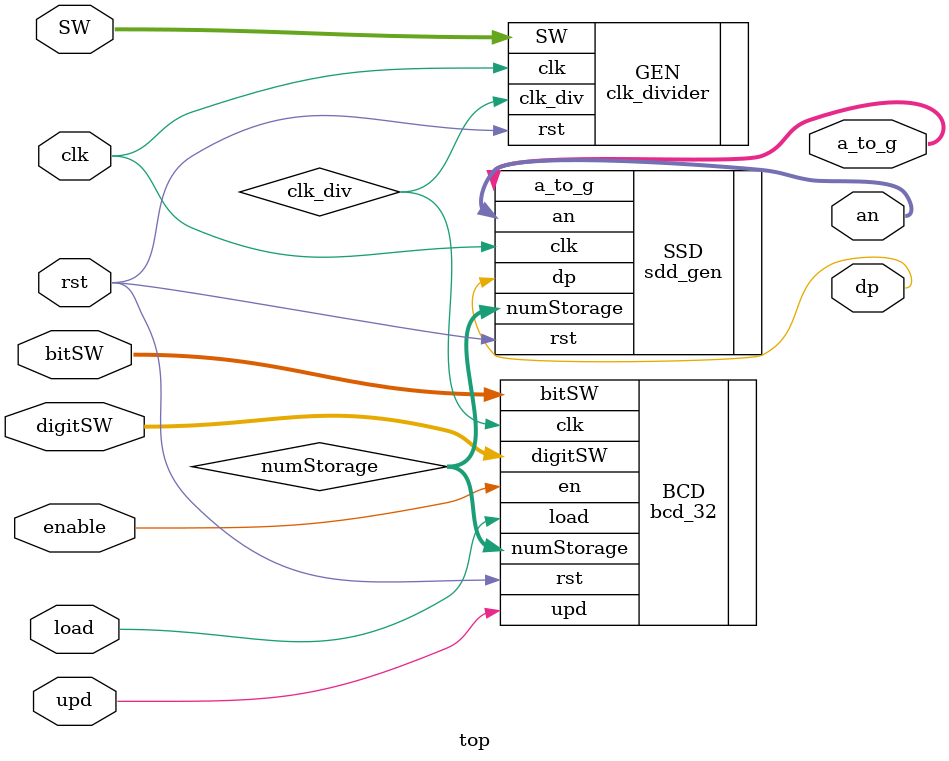
<source format=v>
`timescale 1ns / 1ps


module top(
            input clk,
            input rst,
            input load,
            input [4:0] SW, 
            input [2:0] bitSW,
            input [3:0] digitSW,
            input enable, 
            input upd, 
            output wire [6:0] a_to_g,
            output wire [7:0] an,
            output wire dp
          );
          
         wire clk_div; 
         clk_divider  GEN    (
                              .clk(clk),
                              .rst(rst),
                              .SW(SW), 
                              .clk_div(clk_div)
                              ); 
 
         wire [31:0] numStorage;                 
                      
         bcd_32  BCD    (
                          .clk(clk_div),
                          .rst(rst),
                          .load(load),
                          .bitSW(bitSW),
                          .digitSW(digitSW),
                          .en(enable),
                          .upd(upd),
                          .numStorage(numStorage)
                          );
                          
         sdd_gen   SSD   (
                           .numStorage(numStorage),
                           .clk(clk),
                           .rst(rst),
                           .a_to_g(a_to_g),
                           .an(an),
                           .dp(dp)
                          );                 
          
endmodule

</source>
